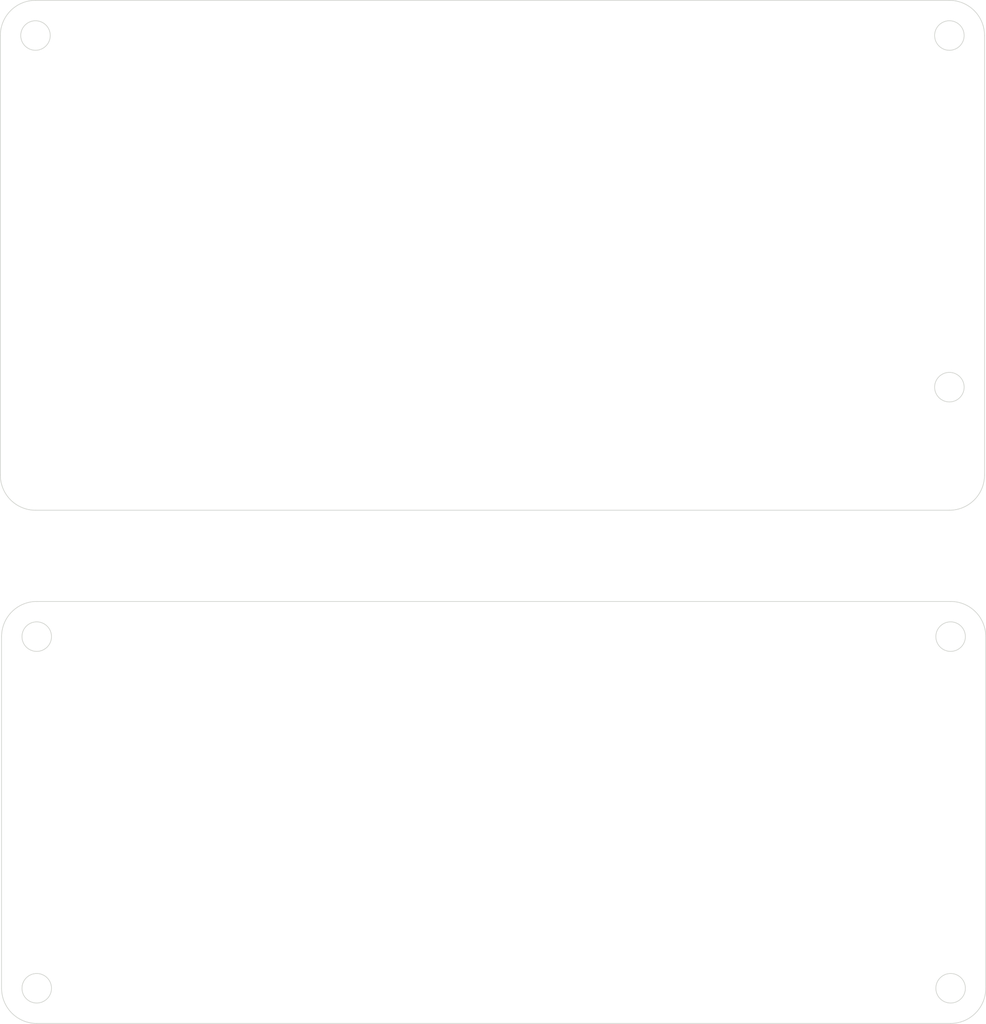
<source format=kicad_pcb>
(kicad_pcb (version 20221018) (generator pcbnew)

  (general
    (thickness 1.6)
  )

  (paper "A4")
  (layers
    (0 "F.Cu" signal)
    (31 "B.Cu" signal)
    (32 "B.Adhes" user "B.Adhesive")
    (33 "F.Adhes" user "F.Adhesive")
    (34 "B.Paste" user)
    (35 "F.Paste" user)
    (36 "B.SilkS" user "B.Silkscreen")
    (37 "F.SilkS" user "F.Silkscreen")
    (38 "B.Mask" user)
    (39 "F.Mask" user)
    (40 "Dwgs.User" user "User.Drawings")
    (41 "Cmts.User" user "User.Comments")
    (42 "Eco1.User" user "User.Eco1")
    (43 "Eco2.User" user "User.Eco2")
    (44 "Edge.Cuts" user)
    (45 "Margin" user)
    (46 "B.CrtYd" user "B.Courtyard")
    (47 "F.CrtYd" user "F.Courtyard")
    (48 "B.Fab" user)
    (49 "F.Fab" user)
    (50 "User.1" user)
    (51 "User.2" user)
    (52 "User.3" user)
    (53 "User.4" user)
    (54 "User.5" user)
    (55 "User.6" user)
    (56 "User.7" user)
    (57 "User.8" user)
    (58 "User.9" user)
  )

  (setup
    (pad_to_mask_clearance 0)
    (pcbplotparams
      (layerselection 0x00010fc_ffffffff)
      (plot_on_all_layers_selection 0x0000000_00000000)
      (disableapertmacros false)
      (usegerberextensions false)
      (usegerberattributes true)
      (usegerberadvancedattributes true)
      (creategerberjobfile true)
      (dashed_line_dash_ratio 12.000000)
      (dashed_line_gap_ratio 3.000000)
      (svgprecision 4)
      (plotframeref false)
      (viasonmask false)
      (mode 1)
      (useauxorigin false)
      (hpglpennumber 1)
      (hpglpenspeed 20)
      (hpglpendiameter 15.000000)
      (dxfpolygonmode true)
      (dxfimperialunits true)
      (dxfusepcbnewfont true)
      (psnegative false)
      (psa4output false)
      (plotreference true)
      (plotvalue true)
      (plotinvisibletext false)
      (sketchpadsonfab false)
      (subtractmaskfromsilk false)
      (outputformat 1)
      (mirror false)
      (drillshape 1)
      (scaleselection 1)
      (outputdirectory "")
    )
  )

  (net 0 "")

  (gr_arc (start 157.8078 158.9316) (mid 156.343334 162.467134) (end 152.8078 163.9316)
    (stroke (width 0.1) (type solid)) (layer "Edge.Cuts") (tstamp 01fc2924-17cb-4422-9f45-4f1a3ab51155))
  (gr_circle (center 152.6324 73.4616) (end 154.7324 73.4616)
    (stroke (width 0.1) (type solid)) (fill none) (layer "Edge.Cuts") (tstamp 0af6106c-bf96-4714-a092-595352d3d6dd))
  (gr_line (start 17.8078 108.9316) (end 17.8078 158.9316)
    (stroke (width 0.1) (type solid)) (layer "Edge.Cuts") (tstamp 13c3ab30-93c2-4650-b2cb-2ef0d7d55960))
  (gr_line (start 22.6324 18.4616) (end 152.6324 18.4616)
    (stroke (width 0.1) (type solid)) (layer "Edge.Cuts") (tstamp 16949001-310a-4443-8e0b-957b4a1bbec9))
  (gr_arc (start 22.6324 90.9616) (mid 19.096866 89.497134) (end 17.6324 85.9616)
    (stroke (width 0.1) (type solid)) (layer "Edge.Cuts") (tstamp 1a4d9063-46cc-4028-8ef9-b27d0e08ccba))
  (gr_line (start 152.8078 163.9316) (end 22.8078 163.9316)
    (stroke (width 0.1) (type solid)) (layer "Edge.Cuts") (tstamp 1c95de5d-f8c2-4e45-a37c-1ab588362662))
  (gr_circle (center 152.8078 158.9316) (end 154.9078 158.9316)
    (stroke (width 0.1) (type solid)) (fill none) (layer "Edge.Cuts") (tstamp 27d05183-3c59-49be-84f7-7485aa06c3f8))
  (gr_arc (start 157.6324 85.9616) (mid 156.167934 89.497134) (end 152.6324 90.9616)
    (stroke (width 0.1) (type solid)) (layer "Edge.Cuts") (tstamp 31a0c088-d5de-4014-87d6-9130f99983e2))
  (gr_line (start 17.6324 85.9616) (end 17.6324 23.4616)
    (stroke (width 0.1) (type solid)) (layer "Edge.Cuts") (tstamp 438f4a1f-9426-4a0f-b50e-6648f8004a1c))
  (gr_line (start 22.8078 103.9316) (end 152.8078 103.9316)
    (stroke (width 0.1) (type solid)) (layer "Edge.Cuts") (tstamp 4e699a56-8638-43e3-a159-4ec442ea03dd))
  (gr_circle (center 152.6324 23.4616) (end 154.7324 23.4616)
    (stroke (width 0.1) (type solid)) (fill none) (layer "Edge.Cuts") (tstamp 530911fa-5fa8-4a6c-97a1-c9932229362a))
  (gr_circle (center 22.6324 23.4616) (end 24.7324 23.4616)
    (stroke (width 0.1) (type solid)) (fill none) (layer "Edge.Cuts") (tstamp 6380fcc0-7129-433b-b58f-a8f57ced542f))
  (gr_circle (center 152.8078 108.9316) (end 154.9078 108.9316)
    (stroke (width 0.1) (type solid)) (fill none) (layer "Edge.Cuts") (tstamp 6b48e0bf-617e-4779-96fb-2ae4bda1d192))
  (gr_line (start 152.6324 90.9616) (end 22.6324 90.9616)
    (stroke (width 0.1) (type solid)) (layer "Edge.Cuts") (tstamp 6cbd0dcf-da07-4ce5-a481-27cc4a5e0772))
  (gr_arc (start 17.6324 23.4616) (mid 19.096866 19.926066) (end 22.6324 18.4616)
    (stroke (width 0.1) (type solid)) (layer "Edge.Cuts") (tstamp 746fc364-d0e2-46d1-9ec6-ec9fdab73019))
  (gr_circle (center 22.8078 108.9316) (end 24.9078 108.9316)
    (stroke (width 0.1) (type solid)) (fill none) (layer "Edge.Cuts") (tstamp 932700ca-0113-4937-8803-f8de0af2b850))
  (gr_line (start 157.6324 23.4616) (end 157.6324 85.9616)
    (stroke (width 0.1) (type solid)) (layer "Edge.Cuts") (tstamp a609f485-8a90-4aec-8ff2-315e0fdda986))
  (gr_arc (start 22.8078 163.9316) (mid 19.272266 162.467134) (end 17.8078 158.9316)
    (stroke (width 0.1) (type solid)) (layer "Edge.Cuts") (tstamp aa893ddb-9200-4a9e-847c-352e4767ead0))
  (gr_line (start 157.8078 108.9316) (end 157.8078 158.9316)
    (stroke (width 0.1) (type solid)) (layer "Edge.Cuts") (tstamp b0f1c944-8909-46df-949c-b799b53ea676))
  (gr_arc (start 17.8078 108.9316) (mid 19.272266 105.396066) (end 22.8078 103.9316)
    (stroke (width 0.1) (type solid)) (layer "Edge.Cuts") (tstamp b78aeb0b-5945-45d8-a7fd-68c6b6b25573))
  (gr_circle (center 22.8078 158.9316) (end 24.9078 158.9316)
    (stroke (width 0.1) (type solid)) (fill none) (layer "Edge.Cuts") (tstamp c7d20171-944e-4cbb-b237-da80151bb325))
  (gr_arc (start 152.8078 103.9316) (mid 156.343334 105.396066) (end 157.8078 108.9316)
    (stroke (width 0.1) (type solid)) (layer "Edge.Cuts") (tstamp e2baf195-72e5-4c41-b524-8d0a498be6ec))
  (gr_arc (start 152.6324 18.4616) (mid 156.167934 19.926066) (end 157.6324 23.4616)
    (stroke (width 0.1) (type solid)) (layer "Edge.Cuts") (tstamp eb44dd6f-8ca1-4268-ae1b-7e18fd3a3773))

)

</source>
